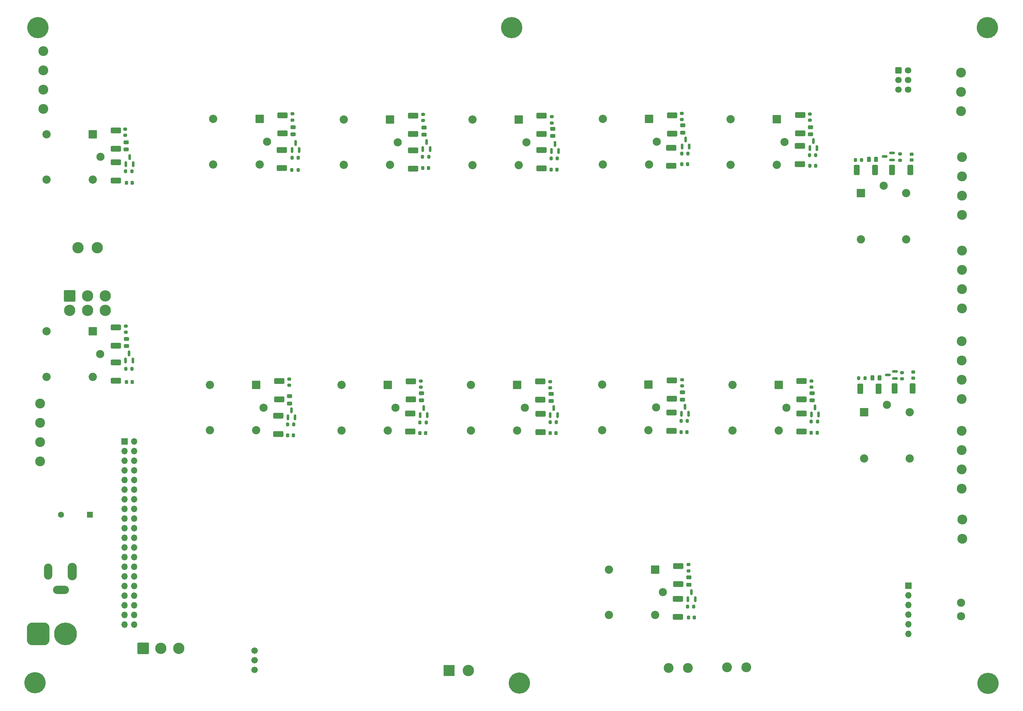
<source format=gbr>
%TF.GenerationSoftware,KiCad,Pcbnew,8.0.5*%
%TF.CreationDate,2025-05-12T12:18:58+05:30*%
%TF.ProjectId,automation,6175746f-6d61-4746-996f-6e2e6b696361,rev?*%
%TF.SameCoordinates,Original*%
%TF.FileFunction,Soldermask,Bot*%
%TF.FilePolarity,Negative*%
%FSLAX46Y46*%
G04 Gerber Fmt 4.6, Leading zero omitted, Abs format (unit mm)*
G04 Created by KiCad (PCBNEW 8.0.5) date 2025-05-12 12:18:58*
%MOMM*%
%LPD*%
G01*
G04 APERTURE LIST*
G04 Aperture macros list*
%AMRoundRect*
0 Rectangle with rounded corners*
0 $1 Rounding radius*
0 $2 $3 $4 $5 $6 $7 $8 $9 X,Y pos of 4 corners*
0 Add a 4 corners polygon primitive as box body*
4,1,4,$2,$3,$4,$5,$6,$7,$8,$9,$2,$3,0*
0 Add four circle primitives for the rounded corners*
1,1,$1+$1,$2,$3*
1,1,$1+$1,$4,$5*
1,1,$1+$1,$6,$7*
1,1,$1+$1,$8,$9*
0 Add four rect primitives between the rounded corners*
20,1,$1+$1,$2,$3,$4,$5,0*
20,1,$1+$1,$4,$5,$6,$7,0*
20,1,$1+$1,$6,$7,$8,$9,0*
20,1,$1+$1,$8,$9,$2,$3,0*%
G04 Aperture macros list end*
%ADD10C,2.604000*%
%ADD11C,5.600000*%
%ADD12RoundRect,0.102000X-1.387500X-1.387500X1.387500X-1.387500X1.387500X1.387500X-1.387500X1.387500X0*%
%ADD13C,2.979000*%
%ADD14R,3.000000X3.000000*%
%ADD15C,3.000000*%
%ADD16C,2.154000*%
%ADD17RoundRect,0.250000X-0.600000X-0.600000X0.600000X-0.600000X0.600000X0.600000X-0.600000X0.600000X0*%
%ADD18C,1.700000*%
%ADD19O,2.404000X4.604000*%
%ADD20O,2.204000X4.204000*%
%ADD21O,4.204000X2.204000*%
%ADD22C,1.712000*%
%ADD23RoundRect,1.500000X-1.500000X-1.500000X1.500000X-1.500000X1.500000X1.500000X-1.500000X1.500000X0*%
%ADD24C,6.000000*%
%ADD25R,1.700000X1.700000*%
%ADD26O,1.700000X1.700000*%
%ADD27RoundRect,0.102000X1.387500X-1.387500X1.387500X1.387500X-1.387500X1.387500X-1.387500X-1.387500X0*%
%ADD28RoundRect,0.200000X0.200000X0.275000X-0.200000X0.275000X-0.200000X-0.275000X0.200000X-0.275000X0*%
%ADD29R,1.600200X1.600200*%
%ADD30C,1.600200*%
%ADD31RoundRect,0.200000X-0.275000X0.200000X-0.275000X-0.200000X0.275000X-0.200000X0.275000X0.200000X0*%
%ADD32RoundRect,0.102000X-0.990000X0.990000X-0.990000X-0.990000X0.990000X-0.990000X0.990000X0.990000X0*%
%ADD33C,2.184000*%
%ADD34C,2.139000*%
%ADD35RoundRect,0.150000X0.150000X-0.587500X0.150000X0.587500X-0.150000X0.587500X-0.150000X-0.587500X0*%
%ADD36RoundRect,0.243750X-0.456250X0.243750X-0.456250X-0.243750X0.456250X-0.243750X0.456250X0.243750X0*%
%ADD37RoundRect,0.250000X-1.100000X0.500000X-1.100000X-0.500000X1.100000X-0.500000X1.100000X0.500000X0*%
%ADD38RoundRect,0.102000X0.990000X0.990000X-0.990000X0.990000X-0.990000X-0.990000X0.990000X-0.990000X0*%
%ADD39RoundRect,0.200000X0.275000X-0.200000X0.275000X0.200000X-0.275000X0.200000X-0.275000X-0.200000X0*%
%ADD40RoundRect,0.250000X-0.500000X-1.100000X0.500000X-1.100000X0.500000X1.100000X-0.500000X1.100000X0*%
%ADD41RoundRect,0.225000X0.225000X0.250000X-0.225000X0.250000X-0.225000X-0.250000X0.225000X-0.250000X0*%
%ADD42RoundRect,0.150000X0.587500X0.150000X-0.587500X0.150000X-0.587500X-0.150000X0.587500X-0.150000X0*%
%ADD43RoundRect,0.200000X-0.200000X-0.275000X0.200000X-0.275000X0.200000X0.275000X-0.200000X0.275000X0*%
%ADD44RoundRect,0.225000X-0.225000X-0.250000X0.225000X-0.250000X0.225000X0.250000X-0.225000X0.250000X0*%
%ADD45RoundRect,0.243750X0.456250X-0.243750X0.456250X0.243750X-0.456250X0.243750X-0.456250X-0.243750X0*%
%ADD46RoundRect,0.250000X1.100000X-0.500000X1.100000X0.500000X-1.100000X0.500000X-1.100000X-0.500000X0*%
%ADD47RoundRect,0.225000X-0.250000X0.225000X-0.250000X-0.225000X0.250000X-0.225000X0.250000X0.225000X0*%
%ADD48RoundRect,0.243750X0.243750X0.456250X-0.243750X0.456250X-0.243750X-0.456250X0.243750X-0.456250X0*%
%ADD49RoundRect,0.250000X0.500000X1.100000X-0.500000X1.100000X-0.500000X-1.100000X0.500000X-1.100000X0*%
G04 APERTURE END LIST*
D10*
%TO.C,J8*%
X539300000Y-197960000D03*
X539300000Y-192880000D03*
X539300000Y-187800000D03*
X539300000Y-182720000D03*
%TD*%
D11*
%TO.C,H1*%
X295590000Y-123970000D03*
%TD*%
D10*
%TO.C,J12*%
X539200000Y-221860000D03*
X539200000Y-216780000D03*
X539200000Y-211700000D03*
X539200000Y-206620000D03*
%TD*%
D12*
%TO.C,S2*%
X303947500Y-194636200D03*
D13*
X308647500Y-194636200D03*
X313347500Y-194636200D03*
X303947500Y-198446200D03*
X308647500Y-198446200D03*
X313347500Y-198446200D03*
X306107500Y-181936200D03*
X311187500Y-181936200D03*
%TD*%
D11*
%TO.C,H3*%
X420520000Y-123930000D03*
%TD*%
%TO.C,H2*%
X294800000Y-296600000D03*
%TD*%
D10*
%TO.C,J4*%
X539400000Y-258700000D03*
X539400000Y-253620000D03*
%TD*%
D14*
%TO.C,J14*%
X404060000Y-293400000D03*
D15*
X409140000Y-293400000D03*
%TD*%
D11*
%TO.C,H4*%
X545970000Y-123940000D03*
%TD*%
D16*
%TO.C,J17*%
X539100000Y-279037900D03*
X539100000Y-275537900D03*
%TD*%
D10*
%TO.C,J13*%
X539200000Y-245460000D03*
X539200000Y-240380000D03*
X539200000Y-235300000D03*
X539200000Y-230220000D03*
%TD*%
%TO.C,J19*%
X539080000Y-146010000D03*
X539080000Y-140930000D03*
X539080000Y-135850000D03*
%TD*%
%TO.C,J10*%
X297010000Y-145370000D03*
X297010000Y-140290000D03*
X297010000Y-135210000D03*
X297010000Y-130130000D03*
%TD*%
%TO.C,J1*%
X466980000Y-292700000D03*
X461900000Y-292700000D03*
%TD*%
D17*
%TO.C,J15*%
X522530000Y-135210000D03*
D18*
X525070000Y-135210000D03*
X522530000Y-137750000D03*
X525070000Y-137750000D03*
X522530000Y-140290000D03*
X525070000Y-140290000D03*
%TD*%
D19*
%TO.C,J5*%
X304600000Y-267300000D03*
D20*
X298300000Y-267300000D03*
D21*
X301700000Y-272100000D03*
%TD*%
D11*
%TO.C,H6*%
X546200000Y-296790000D03*
%TD*%
D22*
%TO.C,U1*%
X352750000Y-293240000D03*
X352750000Y-290700000D03*
X352750000Y-288160000D03*
%TD*%
D23*
%TO.C,J6*%
X295680000Y-283770000D03*
D24*
X302880000Y-283770000D03*
%TD*%
D10*
%TO.C,J9*%
X296200000Y-238300000D03*
X296200000Y-233220000D03*
X296200000Y-228140000D03*
X296200000Y-223060000D03*
%TD*%
%TO.C,J7*%
X539300000Y-173360000D03*
X539300000Y-168280000D03*
X539300000Y-163200000D03*
X539300000Y-158120000D03*
%TD*%
D25*
%TO.C,J16*%
X525200000Y-271037900D03*
D26*
X525200000Y-273577900D03*
X525200000Y-276117900D03*
X525200000Y-278657900D03*
X525200000Y-281197900D03*
X525200000Y-283737900D03*
%TD*%
D27*
%TO.C,S1*%
X323300000Y-287552500D03*
D13*
X328000000Y-287552500D03*
X332700000Y-287552500D03*
%TD*%
D10*
%TO.C,J2*%
X482440000Y-292550000D03*
X477360000Y-292550000D03*
%TD*%
D11*
%TO.C,H5*%
X422560000Y-296690000D03*
%TD*%
D28*
%TO.C,R42*%
X397970000Y-228050000D03*
X396320000Y-228050000D03*
%TD*%
D29*
%TO.C,BZ1*%
X309300000Y-252300000D03*
D30*
X301690000Y-252300000D03*
%TD*%
D31*
%TO.C,R21*%
X465490000Y-216750000D03*
X465490000Y-218400000D03*
%TD*%
D32*
%TO.C,K12*%
X512630000Y-167582500D03*
D33*
X524630000Y-167582500D03*
D34*
X518630000Y-165582500D03*
D33*
X512630000Y-179782500D03*
X524630000Y-179782500D03*
%TD*%
D35*
%TO.C,Q7*%
X467370000Y-155320000D03*
X465470000Y-155320000D03*
X466420000Y-153445000D03*
%TD*%
%TO.C,Q2*%
X364520600Y-156210000D03*
X362620600Y-156210000D03*
X363570600Y-154335000D03*
%TD*%
D36*
%TO.C,D46*%
X499390000Y-150175000D03*
X499390000Y-152050000D03*
%TD*%
D37*
%TO.C,D36*%
X428447500Y-147190000D03*
X428447500Y-151990000D03*
%TD*%
D38*
%TO.C,K2*%
X354030000Y-148040000D03*
D33*
X354030000Y-160040000D03*
D34*
X356030000Y-154040000D03*
D33*
X341830000Y-148040000D03*
X341830000Y-160040000D03*
%TD*%
D39*
%TO.C,R20*%
X397202500Y-148455000D03*
X397202500Y-146805000D03*
%TD*%
D36*
%TO.C,D35*%
X499800000Y-220325000D03*
X499800000Y-222200000D03*
%TD*%
D40*
%TO.C,D56*%
X511560000Y-161490000D03*
X516360000Y-161490000D03*
%TD*%
D38*
%TO.C,K1*%
X421977500Y-218140000D03*
D33*
X421977500Y-230140000D03*
D34*
X423977500Y-224140000D03*
D33*
X409777500Y-218140000D03*
X409777500Y-230140000D03*
%TD*%
D40*
%TO.C,D57*%
X520850000Y-161450000D03*
X525650000Y-161450000D03*
%TD*%
D41*
%TO.C,C10*%
X320490000Y-217315000D03*
X318940000Y-217315000D03*
%TD*%
D37*
%TO.C,D26*%
X360092500Y-147040000D03*
X360092500Y-151840000D03*
%TD*%
%TO.C,D41*%
X462840000Y-147070000D03*
X462840000Y-151870000D03*
%TD*%
D42*
%TO.C,Q15*%
X521605000Y-214537500D03*
X521605000Y-216437500D03*
X519730000Y-215487500D03*
%TD*%
D38*
%TO.C,K6*%
X490967500Y-218100000D03*
D33*
X490967500Y-230100000D03*
D34*
X492967500Y-224100000D03*
D33*
X478767500Y-218100000D03*
X478767500Y-230100000D03*
%TD*%
D41*
%TO.C,C5*%
X398607500Y-160960000D03*
X397057500Y-160960000D03*
%TD*%
D31*
%TO.C,R41*%
X522940000Y-157267500D03*
X522940000Y-158917500D03*
%TD*%
D37*
%TO.C,D50*%
X316110000Y-151100000D03*
X316110000Y-155900000D03*
%TD*%
D35*
%TO.C,Q5*%
X432900000Y-156460000D03*
X431000000Y-156460000D03*
X431950000Y-154585000D03*
%TD*%
D41*
%TO.C,C3*%
X432225000Y-230830000D03*
X430675000Y-230830000D03*
%TD*%
D31*
%TO.C,R30*%
X499600000Y-217080000D03*
X499600000Y-218730000D03*
%TD*%
D43*
%TO.C,R15*%
X397027500Y-157960000D03*
X398677500Y-157960000D03*
%TD*%
D35*
%TO.C,Q3*%
X399022500Y-155967500D03*
X397122500Y-155967500D03*
X398072500Y-154092500D03*
%TD*%
D37*
%TO.C,D45*%
X316170000Y-212185000D03*
X316170000Y-216985000D03*
%TD*%
%TO.C,D44*%
X316100000Y-202965000D03*
X316100000Y-207765000D03*
%TD*%
D38*
%TO.C,K4*%
X456620000Y-218070000D03*
D33*
X456620000Y-230070000D03*
D34*
X458620000Y-224070000D03*
D33*
X444420000Y-218070000D03*
X444420000Y-230070000D03*
%TD*%
D37*
%TO.C,D48*%
X496582500Y-155120000D03*
X496582500Y-159920000D03*
%TD*%
D35*
%TO.C,Q10*%
X320690000Y-159925000D03*
X318790000Y-159925000D03*
X319740000Y-158050000D03*
%TD*%
D32*
%TO.C,K15*%
X513490000Y-225330000D03*
D33*
X525490000Y-225330000D03*
D34*
X519490000Y-223330000D03*
D33*
X513490000Y-237530000D03*
X525490000Y-237530000D03*
%TD*%
D38*
%TO.C,K10*%
X310040000Y-152040000D03*
D33*
X310040000Y-164040000D03*
D34*
X312040000Y-158040000D03*
D33*
X297840000Y-152040000D03*
X297840000Y-164040000D03*
%TD*%
D44*
%TO.C,C7*%
X430935000Y-161360000D03*
X432485000Y-161360000D03*
%TD*%
D31*
%TO.C,R10*%
X430730000Y-217260000D03*
X430730000Y-218910000D03*
%TD*%
D44*
%TO.C,C15*%
X396310000Y-230830000D03*
X397860000Y-230830000D03*
%TD*%
D43*
%TO.C,R38*%
X361410000Y-228550000D03*
X363060000Y-228550000D03*
%TD*%
D36*
%TO.C,D52*%
X361980000Y-221112500D03*
X361980000Y-222987500D03*
%TD*%
D37*
%TO.C,D63*%
X464380000Y-274472500D03*
X464380000Y-279272500D03*
%TD*%
D35*
%TO.C,Q13*%
X398290000Y-226080000D03*
X396390000Y-226080000D03*
X397340000Y-224205000D03*
%TD*%
D37*
%TO.C,D38*%
X497027500Y-217120000D03*
X497027500Y-221920000D03*
%TD*%
D28*
%TO.C,R43*%
X512855000Y-158850000D03*
X511205000Y-158850000D03*
%TD*%
D36*
%TO.C,D40*%
X465690000Y-149735000D03*
X465690000Y-151610000D03*
%TD*%
D43*
%TO.C,R35*%
X499090000Y-157550000D03*
X500740000Y-157550000D03*
%TD*%
D45*
%TO.C,D61*%
X467310000Y-270747500D03*
X467310000Y-268872500D03*
%TD*%
D38*
%TO.C,K13*%
X387847500Y-218140000D03*
D33*
X387847500Y-230140000D03*
D34*
X389847500Y-224140000D03*
D33*
X375647500Y-218140000D03*
X375647500Y-230140000D03*
%TD*%
D37*
%TO.C,D24*%
X428087500Y-217190000D03*
X428087500Y-221990000D03*
%TD*%
%TO.C,D33*%
X462680000Y-225390000D03*
X462680000Y-230190000D03*
%TD*%
D31*
%TO.C,R40*%
X361890000Y-216580000D03*
X361890000Y-218230000D03*
%TD*%
D46*
%TO.C,D27*%
X359930600Y-161000000D03*
X359930600Y-156200000D03*
%TD*%
D37*
%TO.C,D60*%
X393747500Y-225610000D03*
X393747500Y-230410000D03*
%TD*%
D41*
%TO.C,C16*%
X468720000Y-279452500D03*
X467170000Y-279452500D03*
%TD*%
%TO.C,C8*%
X501100000Y-230730000D03*
X499550000Y-230730000D03*
%TD*%
D38*
%TO.C,K8*%
X310017500Y-204005000D03*
D33*
X310017500Y-216005000D03*
D34*
X312017500Y-210005000D03*
D33*
X297817500Y-204005000D03*
X297817500Y-216005000D03*
%TD*%
D31*
%TO.C,R32*%
X465430000Y-146550000D03*
X465430000Y-148200000D03*
%TD*%
D35*
%TO.C,Q14*%
X468930000Y-274587500D03*
X467030000Y-274587500D03*
X467980000Y-272712500D03*
%TD*%
D28*
%TO.C,R26*%
X432565000Y-158410000D03*
X430915000Y-158410000D03*
%TD*%
D37*
%TO.C,D32*%
X462760000Y-216950000D03*
X462760000Y-221750000D03*
%TD*%
D35*
%TO.C,Q9*%
X501070000Y-155730000D03*
X499170000Y-155730000D03*
X500120000Y-153855000D03*
%TD*%
D37*
%TO.C,D42*%
X462600000Y-155600000D03*
X462600000Y-160400000D03*
%TD*%
%TO.C,D30*%
X394552500Y-147192500D03*
X394552500Y-151992500D03*
%TD*%
D36*
%TO.C,D34*%
X431360000Y-150665000D03*
X431360000Y-152540000D03*
%TD*%
D28*
%TO.C,R33*%
X320410000Y-213895000D03*
X318760000Y-213895000D03*
%TD*%
D38*
%TO.C,K11*%
X353127500Y-218090000D03*
D33*
X353127500Y-230090000D03*
D34*
X355127500Y-224090000D03*
D33*
X340927500Y-218090000D03*
X340927500Y-230090000D03*
%TD*%
D28*
%TO.C,R45*%
X468560000Y-276562500D03*
X466910000Y-276562500D03*
%TD*%
D31*
%TO.C,R29*%
X431140000Y-147420000D03*
X431140000Y-149070000D03*
%TD*%
D37*
%TO.C,D53*%
X359227500Y-217132500D03*
X359227500Y-221932500D03*
%TD*%
%TO.C,D51*%
X316180000Y-159460000D03*
X316180000Y-164260000D03*
%TD*%
%TO.C,D54*%
X358967500Y-226282500D03*
X358967500Y-231082500D03*
%TD*%
D45*
%TO.C,D43*%
X318940000Y-207882500D03*
X318940000Y-206007500D03*
%TD*%
%TO.C,D23*%
X362892500Y-152097500D03*
X362892500Y-150222500D03*
%TD*%
D35*
%TO.C,Q1*%
X432600000Y-226090000D03*
X430700000Y-226090000D03*
X431650000Y-224215000D03*
%TD*%
D25*
%TO.C,J11*%
X318400000Y-233040000D03*
D26*
X320940000Y-233040000D03*
X318400000Y-235580000D03*
X320940000Y-235580000D03*
X318400000Y-238120000D03*
X320940000Y-238120000D03*
X318400000Y-240660000D03*
X320940000Y-240660000D03*
X318400000Y-243200000D03*
X320940000Y-243200000D03*
X318400000Y-245740000D03*
X320940000Y-245740000D03*
X318400000Y-248280000D03*
X320940000Y-248280000D03*
X318400000Y-250820000D03*
X320940000Y-250820000D03*
X318400000Y-253360000D03*
X320940000Y-253360000D03*
X318400000Y-255900000D03*
X320940000Y-255900000D03*
X318400000Y-258440000D03*
X320940000Y-258440000D03*
X318400000Y-260980000D03*
X320940000Y-260980000D03*
X318400000Y-263520000D03*
X320940000Y-263520000D03*
X318400000Y-266060000D03*
X320940000Y-266060000D03*
X318400000Y-268600000D03*
X320940000Y-268600000D03*
X318400000Y-271140000D03*
X320940000Y-271140000D03*
X318400000Y-273680000D03*
X320940000Y-273680000D03*
X318400000Y-276220000D03*
X320940000Y-276220000D03*
X318400000Y-278760000D03*
X320940000Y-278760000D03*
X318400000Y-281300000D03*
X320940000Y-281300000D03*
%TD*%
D39*
%TO.C,R34*%
X318760000Y-204265000D03*
X318760000Y-202615000D03*
%TD*%
D45*
%TO.C,D49*%
X318870000Y-156047500D03*
X318870000Y-154172500D03*
%TD*%
D37*
%TO.C,D39*%
X496987500Y-225620000D03*
X496987500Y-230420000D03*
%TD*%
D28*
%TO.C,R37*%
X320345000Y-161850000D03*
X318695000Y-161850000D03*
%TD*%
D45*
%TO.C,D22*%
X430950000Y-222340000D03*
X430950000Y-220465000D03*
%TD*%
D31*
%TO.C,R47*%
X523510000Y-214857500D03*
X523510000Y-216507500D03*
%TD*%
D39*
%TO.C,R39*%
X318630000Y-152360000D03*
X318630000Y-150710000D03*
%TD*%
D41*
%TO.C,C12*%
X320455000Y-164820000D03*
X318905000Y-164820000D03*
%TD*%
%TO.C,C6*%
X466775000Y-230570000D03*
X465225000Y-230570000D03*
%TD*%
D37*
%TO.C,D25*%
X428117500Y-225750000D03*
X428117500Y-230550000D03*
%TD*%
D42*
%TO.C,Q12*%
X520825000Y-156972500D03*
X520825000Y-158872500D03*
X518950000Y-157922500D03*
%TD*%
D35*
%TO.C,Q11*%
X363400000Y-226680000D03*
X361500000Y-226680000D03*
X362450000Y-224805000D03*
%TD*%
D38*
%TO.C,K14*%
X458407500Y-266762500D03*
D33*
X458407500Y-278762500D03*
D34*
X460407500Y-272762500D03*
D33*
X446207500Y-266762500D03*
X446207500Y-278762500D03*
%TD*%
D43*
%TO.C,R31*%
X465380000Y-157170000D03*
X467030000Y-157170000D03*
%TD*%
D47*
%TO.C,C14*%
X526000000Y-157287500D03*
X526000000Y-158837500D03*
%TD*%
D38*
%TO.C,K5*%
X422387500Y-148170000D03*
D33*
X422387500Y-160170000D03*
D34*
X424387500Y-154170000D03*
D33*
X410187500Y-148170000D03*
X410187500Y-160170000D03*
%TD*%
D48*
%TO.C,D55*%
X516657500Y-158672500D03*
X514782500Y-158672500D03*
%TD*%
D41*
%TO.C,C11*%
X500730000Y-160370000D03*
X499180000Y-160370000D03*
%TD*%
D35*
%TO.C,Q6*%
X501490000Y-225910000D03*
X499590000Y-225910000D03*
X500540000Y-224035000D03*
%TD*%
D31*
%TO.C,R36*%
X499160000Y-146720000D03*
X499160000Y-148370000D03*
%TD*%
D41*
%TO.C,C9*%
X466920000Y-159980000D03*
X465370000Y-159980000D03*
%TD*%
D38*
%TO.C,K3*%
X388450000Y-148150000D03*
D33*
X388450000Y-160150000D03*
D34*
X390450000Y-154150000D03*
D33*
X376250000Y-148150000D03*
X376250000Y-160150000D03*
%TD*%
D45*
%TO.C,D28*%
X397392500Y-152147500D03*
X397392500Y-150272500D03*
%TD*%
D35*
%TO.C,Q4*%
X467180000Y-225730000D03*
X465280000Y-225730000D03*
X466230000Y-223855000D03*
%TD*%
D36*
%TO.C,D29*%
X465580000Y-220095000D03*
X465580000Y-221970000D03*
%TD*%
D31*
%TO.C,R44*%
X396560000Y-217060000D03*
X396560000Y-218710000D03*
%TD*%
D40*
%TO.C,D65*%
X512490000Y-219107500D03*
X517290000Y-219107500D03*
%TD*%
D39*
%TO.C,R46*%
X467180000Y-267112500D03*
X467180000Y-265462500D03*
%TD*%
D45*
%TO.C,D58*%
X396730000Y-222220000D03*
X396730000Y-220345000D03*
%TD*%
D38*
%TO.C,K9*%
X490500000Y-148100000D03*
D33*
X490500000Y-160100000D03*
D34*
X492500000Y-154100000D03*
D33*
X478300000Y-148100000D03*
X478300000Y-160100000D03*
%TD*%
D43*
%TO.C,R16*%
X465215000Y-227590000D03*
X466865000Y-227590000D03*
%TD*%
D39*
%TO.C,R11*%
X362712500Y-148335000D03*
X362712500Y-146685000D03*
%TD*%
D35*
%TO.C,Q8*%
X320590000Y-211700000D03*
X318690000Y-211700000D03*
X319640000Y-209825000D03*
%TD*%
D37*
%TO.C,D62*%
X464500000Y-265842500D03*
X464500000Y-270642500D03*
%TD*%
D46*
%TO.C,D59*%
X393937500Y-221960000D03*
X393937500Y-217160000D03*
%TD*%
D38*
%TO.C,K7*%
X456770000Y-148040000D03*
D33*
X456770000Y-160040000D03*
D34*
X458770000Y-154040000D03*
D33*
X444570000Y-148040000D03*
X444570000Y-160040000D03*
%TD*%
D28*
%TO.C,R48*%
X513745000Y-216337500D03*
X512095000Y-216337500D03*
%TD*%
D43*
%TO.C,R27*%
X499560000Y-227790000D03*
X501210000Y-227790000D03*
%TD*%
%TO.C,R5*%
X362565600Y-161460000D03*
X364215600Y-161460000D03*
%TD*%
D41*
%TO.C,C13*%
X362990000Y-231390000D03*
X361440000Y-231390000D03*
%TD*%
D37*
%TO.C,D37*%
X428397500Y-156230000D03*
X428397500Y-161030000D03*
%TD*%
D47*
%TO.C,C17*%
X526490000Y-214767500D03*
X526490000Y-216317500D03*
%TD*%
D49*
%TO.C,D66*%
X526307500Y-219027500D03*
X521507500Y-219027500D03*
%TD*%
D48*
%TO.C,D64*%
X517567500Y-216217500D03*
X515692500Y-216217500D03*
%TD*%
D43*
%TO.C,R4*%
X430660000Y-227910000D03*
X432310000Y-227910000D03*
%TD*%
D37*
%TO.C,D31*%
X394512500Y-156310000D03*
X394512500Y-161110000D03*
%TD*%
D41*
%TO.C,C4*%
X364205600Y-158250000D03*
X362655600Y-158250000D03*
%TD*%
D37*
%TO.C,D47*%
X496622500Y-147030000D03*
X496622500Y-151830000D03*
%TD*%
M02*

</source>
